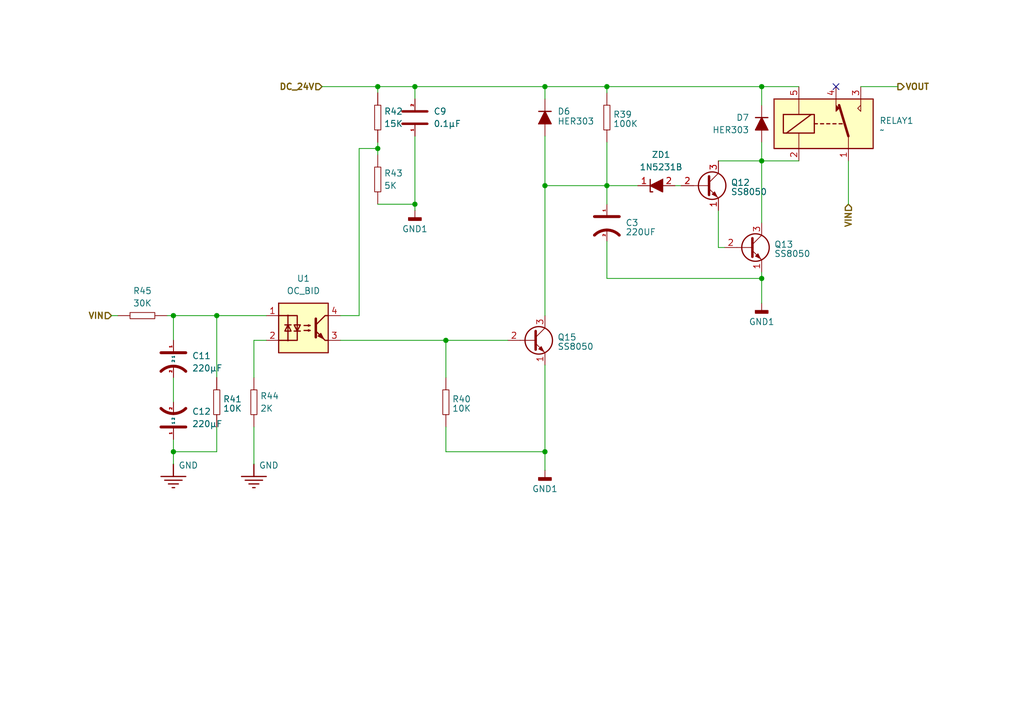
<source format=kicad_sch>
(kicad_sch
	(version 20250114)
	(generator "eeschema")
	(generator_version "9.0")
	(uuid "5360a7ab-22de-411f-8899-8b536969f043")
	(paper "A5")
	(title_block
		(title "喇叭保护电路")
		(date "2025-04-26")
		(rev "V1")
	)
	(lib_symbols
		(symbol "0.25W_RESISTOR_1"
			(pin_numbers
				(hide yes)
			)
			(pin_names
				(hide yes)
			)
			(exclude_from_sim no)
			(in_bom yes)
			(on_board yes)
			(property "Reference" "R"
				(at 5.334 -2.54 0)
				(effects
					(font
						(size 1.27 1.27)
					)
				)
			)
			(property "Value" ""
				(at 0 0 0)
				(effects
					(font
						(size 1.27 1.27)
					)
				)
			)
			(property "Footprint" ""
				(at 0 0 0)
				(effects
					(font
						(size 1.27 1.27)
					)
					(hide yes)
				)
			)
			(property "Datasheet" ""
				(at 0 0 0)
				(effects
					(font
						(size 1.27 1.27)
					)
					(hide yes)
				)
			)
			(property "Description" ""
				(at 0 0 0)
				(effects
					(font
						(size 1.27 1.27)
					)
					(hide yes)
				)
			)
			(symbol "0.25W_RESISTOR_1_0_1"
				(rectangle
					(start -2.54 0.635)
					(end 2.54 -0.635)
					(stroke
						(width 0)
						(type default)
					)
					(fill
						(type none)
					)
				)
			)
			(symbol "0.25W_RESISTOR_1_1_1"
				(pin passive line
					(at -5.08 0 0)
					(length 2.54)
					(name "1"
						(effects
							(font
								(size 0.8 0.8)
							)
						)
					)
					(number "1"
						(effects
							(font
								(size 1.27 1.27)
							)
						)
					)
				)
				(pin passive line
					(at 5.08 0 180)
					(length 2.54)
					(name "2"
						(effects
							(font
								(size 0.8 0.8)
							)
						)
					)
					(number "2"
						(effects
							(font
								(size 1.27 1.27)
							)
						)
					)
				)
			)
			(embedded_fonts no)
		)
		(symbol "0.25W_RESISTOR_2"
			(pin_numbers
				(hide yes)
			)
			(pin_names
				(hide yes)
			)
			(exclude_from_sim no)
			(in_bom yes)
			(on_board yes)
			(property "Reference" "R"
				(at 5.334 -2.54 0)
				(effects
					(font
						(size 1.27 1.27)
					)
				)
			)
			(property "Value" ""
				(at 0 0 0)
				(effects
					(font
						(size 1.27 1.27)
					)
				)
			)
			(property "Footprint" ""
				(at 0 0 0)
				(effects
					(font
						(size 1.27 1.27)
					)
					(hide yes)
				)
			)
			(property "Datasheet" ""
				(at 0 0 0)
				(effects
					(font
						(size 1.27 1.27)
					)
					(hide yes)
				)
			)
			(property "Description" ""
				(at 0 0 0)
				(effects
					(font
						(size 1.27 1.27)
					)
					(hide yes)
				)
			)
			(symbol "0.25W_RESISTOR_2_0_1"
				(rectangle
					(start -2.54 0.635)
					(end 2.54 -0.635)
					(stroke
						(width 0)
						(type default)
					)
					(fill
						(type none)
					)
				)
			)
			(symbol "0.25W_RESISTOR_2_1_1"
				(pin passive line
					(at -5.08 0 0)
					(length 2.54)
					(name "1"
						(effects
							(font
								(size 0.8 0.8)
							)
						)
					)
					(number "1"
						(effects
							(font
								(size 1.27 1.27)
							)
						)
					)
				)
				(pin passive line
					(at 5.08 0 180)
					(length 2.54)
					(name "2"
						(effects
							(font
								(size 0.8 0.8)
							)
						)
					)
					(number "2"
						(effects
							(font
								(size 1.27 1.27)
							)
						)
					)
				)
			)
			(embedded_fonts no)
		)
		(symbol "220UF_50V_CAP_1"
			(exclude_from_sim no)
			(in_bom yes)
			(on_board yes)
			(property "Reference" "C"
				(at 0 -4.064 0)
				(effects
					(font
						(size 1.27 1.27)
					)
				)
			)
			(property "Value" ""
				(at 0 0 0)
				(effects
					(font
						(size 1.27 1.27)
					)
				)
			)
			(property "Footprint" ""
				(at 0 0 0)
				(effects
					(font
						(size 1.27 1.27)
					)
					(hide yes)
				)
			)
			(property "Datasheet" ""
				(at 0 0 0)
				(effects
					(font
						(size 1.27 1.27)
					)
					(hide yes)
				)
			)
			(property "Description" ""
				(at 0 0 0)
				(effects
					(font
						(size 1.27 1.27)
					)
					(hide yes)
				)
			)
			(symbol "220UF_50V_CAP_1_0_1"
				(polyline
					(pts
						(xy 0 2.54) (xy 0 2.54)
					)
					(stroke
						(width 0)
						(type default)
					)
					(fill
						(type none)
					)
				)
			)
			(symbol "220UF_50V_CAP_1_1_1"
				(polyline
					(pts
						(xy -1.27 2.54) (xy -1.27 -2.54)
					)
					(stroke
						(width 0.6)
						(type solid)
					)
					(fill
						(type none)
					)
				)
				(arc
					(start 2.54 -2.54)
					(mid 1.4879 0)
					(end 2.54 2.54)
					(stroke
						(width 0.6)
						(type solid)
					)
					(fill
						(type none)
					)
				)
				(pin passive line
					(at -3.81 0 0)
					(length 2.54)
					(name "1"
						(effects
							(font
								(size 0.5 0.5)
							)
						)
					)
					(number "1"
						(effects
							(font
								(size 0.5 0.5)
							)
						)
					)
				)
				(pin passive line
					(at 3.81 0 180)
					(length 2.54)
					(name "2"
						(effects
							(font
								(size 0.5 0.5)
							)
						)
					)
					(number "2"
						(effects
							(font
								(size 0.5 0.5)
							)
						)
					)
				)
			)
			(embedded_fonts no)
		)
		(symbol "New_Library:0.1UF"
			(exclude_from_sim no)
			(in_bom yes)
			(on_board yes)
			(property "Reference" "C"
				(at 0 3.556 0)
				(effects
					(font
						(size 1.27 1.27)
					)
				)
			)
			(property "Value" "0.1μF"
				(at 0 -3.81 0)
				(effects
					(font
						(size 1.27 1.27)
					)
				)
			)
			(property "Footprint" ""
				(at 0 0 0)
				(effects
					(font
						(size 1.27 1.27)
					)
					(hide yes)
				)
			)
			(property "Datasheet" ""
				(at 0 0 0)
				(effects
					(font
						(size 1.27 1.27)
					)
					(hide yes)
				)
			)
			(property "Description" ""
				(at 0 0 0)
				(effects
					(font
						(size 1.27 1.27)
					)
					(hide yes)
				)
			)
			(symbol "0.1UF_0_1"
				(polyline
					(pts
						(xy 0 1.27) (xy 0 1.27)
					)
					(stroke
						(width 0)
						(type default)
					)
					(fill
						(type none)
					)
				)
			)
			(symbol "0.1UF_1_1"
				(polyline
					(pts
						(xy -1.27 2.54) (xy -1.27 -2.54)
					)
					(stroke
						(width 0.5)
						(type solid)
					)
					(fill
						(type none)
					)
				)
				(polyline
					(pts
						(xy 1.27 2.54) (xy 1.27 -2.54)
					)
					(stroke
						(width 0.5)
						(type solid)
					)
					(fill
						(type none)
					)
				)
				(pin input line
					(at -3.81 0 0)
					(length 2.54)
					(name ""
						(effects
							(font
								(size 0.5 0.5)
							)
						)
					)
					(number "1"
						(effects
							(font
								(size 0.5 0.5)
							)
						)
					)
				)
				(pin input line
					(at 3.81 0 180)
					(length 2.54)
					(name ""
						(effects
							(font
								(size 0.5 0.5)
							)
						)
					)
					(number "2"
						(effects
							(font
								(size 0.5 0.5)
							)
						)
					)
				)
			)
			(embedded_fonts no)
		)
		(symbol "New_Library:1N5231B"
			(pin_names
				(hide yes)
			)
			(exclude_from_sim no)
			(in_bom yes)
			(on_board yes)
			(property "Reference" "ZD"
				(at 0 -3.048 0)
				(effects
					(font
						(size 1.27 1.27)
					)
				)
			)
			(property "Value" ""
				(at 0 0 0)
				(effects
					(font
						(size 1.27 1.27)
					)
				)
			)
			(property "Footprint" ""
				(at 0 0 0)
				(effects
					(font
						(size 1.27 1.27)
					)
					(hide yes)
				)
			)
			(property "Datasheet" ""
				(at 0 0 0)
				(effects
					(font
						(size 1.27 1.27)
					)
					(hide yes)
				)
			)
			(property "Description" "ZENER D 5.1V"
				(at 0 -5.08 0)
				(effects
					(font
						(size 1.27 1.27)
					)
					(hide yes)
				)
			)
			(symbol "1N5231B_0_1"
				(polyline
					(pts
						(xy -1.27 -1.27) (xy -1.27 1.27) (xy -0.762 1.27)
					)
					(stroke
						(width 0.254)
						(type default)
					)
					(fill
						(type none)
					)
				)
				(polyline
					(pts
						(xy 1.27 0) (xy -1.27 0)
					)
					(stroke
						(width 0)
						(type default)
					)
					(fill
						(type none)
					)
				)
				(polyline
					(pts
						(xy 1.27 -1.27) (xy 1.27 1.27) (xy -1.27 0) (xy 1.27 -1.27)
					)
					(stroke
						(width 0.254)
						(type default)
					)
					(fill
						(type outline)
					)
				)
			)
			(symbol "1N5231B_1_1"
				(pin passive line
					(at -3.81 0 0)
					(length 2.54)
					(name "K"
						(effects
							(font
								(size 1.27 1.27)
							)
						)
					)
					(number "1"
						(effects
							(font
								(size 1.27 1.27)
							)
						)
					)
				)
				(pin passive line
					(at 3.81 0 180)
					(length 2.54)
					(name "A"
						(effects
							(font
								(size 1.27 1.27)
							)
						)
					)
					(number "2"
						(effects
							(font
								(size 1.27 1.27)
							)
						)
					)
				)
			)
			(embedded_fonts no)
		)
		(symbol "New_Library:220UF_50V_CAP"
			(pin_names
				(hide yes)
			)
			(exclude_from_sim no)
			(in_bom yes)
			(on_board yes)
			(property "Reference" "C"
				(at 0 -4.064 0)
				(effects
					(font
						(size 1.27 1.27)
					)
				)
			)
			(property "Value" ""
				(at 0 0 0)
				(effects
					(font
						(size 1.27 1.27)
					)
				)
			)
			(property "Footprint" ""
				(at 0 0 0)
				(effects
					(font
						(size 1.27 1.27)
					)
					(hide yes)
				)
			)
			(property "Datasheet" ""
				(at 0 0 0)
				(effects
					(font
						(size 1.27 1.27)
					)
					(hide yes)
				)
			)
			(property "Description" ""
				(at 0 0 0)
				(effects
					(font
						(size 1.27 1.27)
					)
					(hide yes)
				)
			)
			(symbol "220UF_50V_CAP_0_1"
				(polyline
					(pts
						(xy 0 2.54) (xy 0 2.54)
					)
					(stroke
						(width 0)
						(type default)
					)
					(fill
						(type none)
					)
				)
			)
			(symbol "220UF_50V_CAP_1_1"
				(polyline
					(pts
						(xy -1.27 2.54) (xy -1.27 -2.54)
					)
					(stroke
						(width 0.6)
						(type solid)
					)
					(fill
						(type none)
					)
				)
				(arc
					(start 2.54 -2.54)
					(mid 1.4879 0)
					(end 2.54 2.54)
					(stroke
						(width 0.6)
						(type solid)
					)
					(fill
						(type none)
					)
				)
				(pin passive line
					(at -3.81 0 0)
					(length 2.54)
					(name "1"
						(effects
							(font
								(size 0.5 0.5)
							)
						)
					)
					(number "1"
						(effects
							(font
								(size 0.5 0.5)
							)
						)
					)
				)
				(pin passive line
					(at 3.81 0 180)
					(length 2.54)
					(name "2"
						(effects
							(font
								(size 0.5 0.5)
							)
						)
					)
					(number "2"
						(effects
							(font
								(size 0.5 0.5)
							)
						)
					)
				)
			)
			(embedded_fonts no)
		)
		(symbol "New_Library:HER303"
			(pin_numbers
				(hide yes)
			)
			(pin_names
				(offset 1.016)
				(hide yes)
			)
			(exclude_from_sim no)
			(in_bom yes)
			(on_board yes)
			(property "Reference" "D"
				(at 0 2.54 0)
				(effects
					(font
						(size 1.27 1.27)
					)
				)
			)
			(property "Value" "HER303"
				(at 0 -2.54 0)
				(effects
					(font
						(size 1.27 1.27)
					)
				)
			)
			(property "Footprint" ""
				(at 0 0 0)
				(effects
					(font
						(size 1.27 1.27)
					)
					(hide yes)
				)
			)
			(property "Datasheet" "~"
				(at 0 0 0)
				(effects
					(font
						(size 1.27 1.27)
					)
					(hide yes)
				)
			)
			(property "Description" ""
				(at 0.508 5.08 0)
				(effects
					(font
						(size 1.27 1.27)
					)
					(hide yes)
				)
			)
			(property "ki_keywords" "diode"
				(at 0 0 0)
				(effects
					(font
						(size 1.27 1.27)
					)
					(hide yes)
				)
			)
			(property "ki_fp_filters" "TO-???* *_Diode_* *SingleDiode* D_*"
				(at 0 0 0)
				(effects
					(font
						(size 1.27 1.27)
					)
					(hide yes)
				)
			)
			(symbol "HER303_0_1"
				(polyline
					(pts
						(xy -1.27 1.27) (xy -1.27 -1.27) (xy 1.27 0) (xy -1.27 1.27)
					)
					(stroke
						(width 0.254)
						(type default)
					)
					(fill
						(type outline)
					)
				)
				(polyline
					(pts
						(xy -1.27 0) (xy 1.27 0)
					)
					(stroke
						(width 0)
						(type default)
					)
					(fill
						(type none)
					)
				)
				(polyline
					(pts
						(xy 1.27 1.27) (xy 1.27 -1.27) (xy 1.27 -1.27)
					)
					(stroke
						(width 0.254)
						(type default)
					)
					(fill
						(type none)
					)
				)
			)
			(symbol "HER303_1_1"
				(pin passive line
					(at -3.81 0 0)
					(length 2.54)
					(name "A"
						(effects
							(font
								(size 1.27 1.27)
							)
						)
					)
					(number "2"
						(effects
							(font
								(size 1.27 1.27)
							)
						)
					)
				)
				(pin passive line
					(at 3.81 0 180)
					(length 2.54)
					(name "K"
						(effects
							(font
								(size 1.27 1.27)
							)
						)
					)
					(number "1"
						(effects
							(font
								(size 1.27 1.27)
							)
						)
					)
				)
			)
			(embedded_fonts no)
		)
		(symbol "New_Library:RELAY_SPDT"
			(pin_names
				(hide yes)
			)
			(exclude_from_sim no)
			(in_bom yes)
			(on_board yes)
			(property "Reference" "RELAY"
				(at 18.796 1.016 0)
				(effects
					(font
						(size 1.27 1.27)
					)
				)
			)
			(property "Value" ""
				(at 0 0 0)
				(effects
					(font
						(size 1.27 1.27)
					)
				)
			)
			(property "Footprint" ""
				(at 0 0 0)
				(effects
					(font
						(size 1.27 1.27)
					)
					(hide yes)
				)
			)
			(property "Datasheet" ""
				(at 0 0 0)
				(effects
					(font
						(size 1.27 1.27)
					)
					(hide yes)
				)
			)
			(property "Description" ""
				(at 0 0 0)
				(effects
					(font
						(size 1.27 1.27)
					)
					(hide yes)
				)
			)
			(symbol "RELAY_SPDT_0_0"
				(polyline
					(pts
						(xy 12.7 5.08) (xy 12.7 2.54) (xy 12.065 3.175) (xy 12.7 3.81)
					)
					(stroke
						(width 0)
						(type default)
					)
					(fill
						(type none)
					)
				)
			)
			(symbol "RELAY_SPDT_0_1"
				(rectangle
					(start -5.08 5.08)
					(end 15.24 -5.08)
					(stroke
						(width 0.254)
						(type default)
					)
					(fill
						(type background)
					)
				)
				(rectangle
					(start -3.175 1.905)
					(end 3.175 -1.905)
					(stroke
						(width 0.254)
						(type default)
					)
					(fill
						(type none)
					)
				)
				(polyline
					(pts
						(xy -2.54 -1.905) (xy 2.54 1.905)
					)
					(stroke
						(width 0.254)
						(type default)
					)
					(fill
						(type none)
					)
				)
				(polyline
					(pts
						(xy 0 5.08) (xy 0 1.905)
					)
					(stroke
						(width 0)
						(type default)
					)
					(fill
						(type none)
					)
				)
				(polyline
					(pts
						(xy 0 -5.08) (xy 0 -1.905)
					)
					(stroke
						(width 0)
						(type default)
					)
					(fill
						(type none)
					)
				)
				(polyline
					(pts
						(xy 3.175 0) (xy 3.81 0)
					)
					(stroke
						(width 0.254)
						(type default)
					)
					(fill
						(type none)
					)
				)
				(polyline
					(pts
						(xy 4.445 0) (xy 5.08 0)
					)
					(stroke
						(width 0.254)
						(type default)
					)
					(fill
						(type none)
					)
				)
				(polyline
					(pts
						(xy 5.715 0) (xy 6.35 0)
					)
					(stroke
						(width 0.254)
						(type default)
					)
					(fill
						(type none)
					)
				)
				(polyline
					(pts
						(xy 6.985 0) (xy 7.62 0)
					)
					(stroke
						(width 0.254)
						(type default)
					)
					(fill
						(type none)
					)
				)
				(polyline
					(pts
						(xy 7.62 5.08) (xy 7.62 2.54) (xy 8.255 3.175) (xy 7.62 3.81)
					)
					(stroke
						(width 0)
						(type default)
					)
					(fill
						(type outline)
					)
				)
				(polyline
					(pts
						(xy 8.255 0) (xy 8.89 0)
					)
					(stroke
						(width 0.254)
						(type default)
					)
					(fill
						(type none)
					)
				)
				(polyline
					(pts
						(xy 10.16 -2.54) (xy 8.255 3.81)
					)
					(stroke
						(width 0.508)
						(type default)
					)
					(fill
						(type none)
					)
				)
				(polyline
					(pts
						(xy 10.16 -2.54) (xy 10.16 -5.08)
					)
					(stroke
						(width 0)
						(type default)
					)
					(fill
						(type none)
					)
				)
			)
			(symbol "RELAY_SPDT_1_1"
				(pin passive line
					(at 0 7.62 270)
					(length 2.54)
					(name "5"
						(effects
							(font
								(size 1.27 1.27)
							)
						)
					)
					(number "5"
						(effects
							(font
								(size 1.27 1.27)
							)
						)
					)
				)
				(pin passive line
					(at 0 -7.62 90)
					(length 2.54)
					(name "2"
						(effects
							(font
								(size 1.27 1.27)
							)
						)
					)
					(number "2"
						(effects
							(font
								(size 1.27 1.27)
							)
						)
					)
				)
				(pin passive line
					(at 7.62 7.62 270)
					(length 2.54)
					(name "4"
						(effects
							(font
								(size 1.27 1.27)
							)
						)
					)
					(number "4"
						(effects
							(font
								(size 1.27 1.27)
							)
						)
					)
				)
				(pin passive line
					(at 10.16 -7.62 90)
					(length 2.54)
					(name "1"
						(effects
							(font
								(size 1.27 1.27)
							)
						)
					)
					(number "1"
						(effects
							(font
								(size 1.27 1.27)
							)
						)
					)
				)
				(pin passive line
					(at 12.7 7.62 270)
					(length 2.54)
					(name "3"
						(effects
							(font
								(size 1.27 1.27)
							)
						)
					)
					(number "3"
						(effects
							(font
								(size 1.27 1.27)
							)
						)
					)
				)
			)
			(embedded_fonts no)
		)
		(symbol "New_Library:SS8050"
			(pin_names
				(hide yes)
			)
			(exclude_from_sim no)
			(in_bom yes)
			(on_board yes)
			(property "Reference" "Q"
				(at 4.318 1.016 0)
				(effects
					(font
						(size 1.27 1.27)
					)
				)
			)
			(property "Value" ""
				(at 0 0 0)
				(effects
					(font
						(size 1.27 1.27)
					)
				)
			)
			(property "Footprint" ""
				(at 0 0 0)
				(effects
					(font
						(size 1.27 1.27)
					)
					(hide yes)
				)
			)
			(property "Datasheet" ""
				(at 0 0 0)
				(effects
					(font
						(size 1.27 1.27)
					)
					(hide yes)
				)
			)
			(property "Description" ""
				(at 0 0 0)
				(effects
					(font
						(size 1.27 1.27)
					)
					(hide yes)
				)
			)
			(symbol "SS8050_0_1"
				(polyline
					(pts
						(xy -3.81 0) (xy -0.635 0)
					)
					(stroke
						(width 0.1524)
						(type default)
					)
					(fill
						(type none)
					)
				)
				(polyline
					(pts
						(xy -0.635 1.905) (xy -0.635 -1.905) (xy -0.635 -1.905)
					)
					(stroke
						(width 0.508)
						(type default)
					)
					(fill
						(type none)
					)
				)
				(polyline
					(pts
						(xy -0.635 0.635) (xy 1.27 2.54)
					)
					(stroke
						(width 0)
						(type default)
					)
					(fill
						(type none)
					)
				)
				(polyline
					(pts
						(xy -0.635 -0.635) (xy 1.27 -2.54) (xy 1.27 -2.54)
					)
					(stroke
						(width 0)
						(type default)
					)
					(fill
						(type none)
					)
				)
				(circle
					(center 0 0)
					(radius 2.8194)
					(stroke
						(width 0.254)
						(type default)
					)
					(fill
						(type none)
					)
				)
				(polyline
					(pts
						(xy 0 -1.778) (xy 0.508 -1.27) (xy 1.016 -2.286) (xy 0 -1.778) (xy 0 -1.778)
					)
					(stroke
						(width 0)
						(type default)
					)
					(fill
						(type outline)
					)
				)
				(polyline
					(pts
						(xy 1.524 -1.27) (xy 1.524 -1.27)
					)
					(stroke
						(width 0.1524)
						(type default)
					)
					(fill
						(type none)
					)
				)
				(polyline
					(pts
						(xy 1.524 -1.27) (xy 1.524 -1.27)
					)
					(stroke
						(width 0.1524)
						(type default)
					)
					(fill
						(type none)
					)
				)
			)
			(symbol "SS8050_1_1"
				(pin input line
					(at -6.35 0 0)
					(length 2.54)
					(name "B"
						(effects
							(font
								(size 1.27 1.27)
							)
						)
					)
					(number "2"
						(effects
							(font
								(size 1.27 1.27)
							)
						)
					)
				)
				(pin input line
					(at 1.27 5.08 270)
					(length 2.54)
					(name "C"
						(effects
							(font
								(size 1.27 1.27)
							)
						)
					)
					(number "3"
						(effects
							(font
								(size 1.27 1.27)
							)
						)
					)
				)
				(pin passive line
					(at 1.27 -5.08 90)
					(length 2.54)
					(name "E"
						(effects
							(font
								(size 1.27 1.27)
							)
						)
					)
					(number "1"
						(effects
							(font
								(size 1.27 1.27)
							)
						)
					)
				)
			)
			(embedded_fonts no)
		)
		(symbol "PASS A5功放-altium-import:GND_POWER_GROUND"
			(power)
			(exclude_from_sim no)
			(in_bom yes)
			(on_board yes)
			(property "Reference" "#PWR"
				(at 0 0 0)
				(effects
					(font
						(size 1.27 1.27)
					)
					(hide yes)
				)
			)
			(property "Value" "GND"
				(at 0 -6.35 0)
				(effects
					(font
						(size 1.27 1.27)
					)
				)
			)
			(property "Footprint" ""
				(at 0 0 0)
				(effects
					(font
						(size 1.27 1.27)
					)
					(hide yes)
				)
			)
			(property "Datasheet" ""
				(at 0 0 0)
				(effects
					(font
						(size 1.27 1.27)
					)
					(hide yes)
				)
			)
			(property "Description" "电源符号创建名为 'GND' 的全局标签"
				(at 0 0 0)
				(effects
					(font
						(size 1.27 1.27)
					)
					(hide yes)
				)
			)
			(property "ki_keywords" "power-flag"
				(at 0 0 0)
				(effects
					(font
						(size 1.27 1.27)
					)
					(hide yes)
				)
			)
			(symbol "GND_POWER_GROUND_0_0"
				(polyline
					(pts
						(xy -2.54 -2.54) (xy 2.54 -2.54)
					)
					(stroke
						(width 0.254)
						(type solid)
					)
					(fill
						(type none)
					)
				)
				(polyline
					(pts
						(xy -1.778 -3.302) (xy 1.778 -3.302)
					)
					(stroke
						(width 0.254)
						(type solid)
					)
					(fill
						(type none)
					)
				)
				(polyline
					(pts
						(xy -1.016 -4.064) (xy 1.016 -4.064)
					)
					(stroke
						(width 0.254)
						(type solid)
					)
					(fill
						(type none)
					)
				)
				(polyline
					(pts
						(xy -0.254 -4.826) (xy 0.254 -4.826)
					)
					(stroke
						(width 0.254)
						(type solid)
					)
					(fill
						(type none)
					)
				)
				(polyline
					(pts
						(xy 0 0) (xy 0 -2.54)
					)
					(stroke
						(width 0.254)
						(type solid)
					)
					(fill
						(type none)
					)
				)
				(pin power_in line
					(at 0 0 0)
					(length 0)
					(hide yes)
					(name "GND"
						(effects
							(font
								(size 1.27 1.27)
							)
						)
					)
					(number ""
						(effects
							(font
								(size 1.27 1.27)
							)
						)
					)
				)
			)
			(embedded_fonts no)
		)
		(symbol "SS8050_1"
			(pin_names
				(hide yes)
			)
			(exclude_from_sim no)
			(in_bom yes)
			(on_board yes)
			(property "Reference" "Q"
				(at 4.318 1.016 0)
				(effects
					(font
						(size 1.27 1.27)
					)
				)
			)
			(property "Value" ""
				(at 0 0 0)
				(effects
					(font
						(size 1.27 1.27)
					)
				)
			)
			(property "Footprint" ""
				(at 0 0 0)
				(effects
					(font
						(size 1.27 1.27)
					)
					(hide yes)
				)
			)
			(property "Datasheet" ""
				(at 0 0 0)
				(effects
					(font
						(size 1.27 1.27)
					)
					(hide yes)
				)
			)
			(property "Description" ""
				(at 0 0 0)
				(effects
					(font
						(size 1.27 1.27)
					)
					(hide yes)
				)
			)
			(symbol "SS8050_1_0_1"
				(polyline
					(pts
						(xy -3.81 0) (xy -0.635 0)
					)
					(stroke
						(width 0.1524)
						(type default)
					)
					(fill
						(type none)
					)
				)
				(polyline
					(pts
						(xy -0.635 1.905) (xy -0.635 -1.905) (xy -0.635 -1.905)
					)
					(stroke
						(width 0.508)
						(type default)
					)
					(fill
						(type none)
					)
				)
				(polyline
					(pts
						(xy -0.635 0.635) (xy 1.27 2.54)
					)
					(stroke
						(width 0)
						(type default)
					)
					(fill
						(type none)
					)
				)
				(polyline
					(pts
						(xy -0.635 -0.635) (xy 1.27 -2.54) (xy 1.27 -2.54)
					)
					(stroke
						(width 0)
						(type default)
					)
					(fill
						(type none)
					)
				)
				(circle
					(center 0 0)
					(radius 2.8194)
					(stroke
						(width 0.254)
						(type default)
					)
					(fill
						(type none)
					)
				)
				(polyline
					(pts
						(xy 0 -1.778) (xy 0.508 -1.27) (xy 1.016 -2.286) (xy 0 -1.778) (xy 0 -1.778)
					)
					(stroke
						(width 0)
						(type default)
					)
					(fill
						(type outline)
					)
				)
				(polyline
					(pts
						(xy 1.524 -1.27) (xy 1.524 -1.27)
					)
					(stroke
						(width 0.1524)
						(type default)
					)
					(fill
						(type none)
					)
				)
				(polyline
					(pts
						(xy 1.524 -1.27) (xy 1.524 -1.27)
					)
					(stroke
						(width 0.1524)
						(type default)
					)
					(fill
						(type none)
					)
				)
			)
			(symbol "SS8050_1_1_1"
				(pin input line
					(at -6.35 0 0)
					(length 2.54)
					(name "B"
						(effects
							(font
								(size 1.27 1.27)
							)
						)
					)
					(number "2"
						(effects
							(font
								(size 1.27 1.27)
							)
						)
					)
				)
				(pin input line
					(at 1.27 5.08 270)
					(length 2.54)
					(name "C"
						(effects
							(font
								(size 1.27 1.27)
							)
						)
					)
					(number "3"
						(effects
							(font
								(size 1.27 1.27)
							)
						)
					)
				)
				(pin passive line
					(at 1.27 -5.08 90)
					(length 2.54)
					(name "E"
						(effects
							(font
								(size 1.27 1.27)
							)
						)
					)
					(number "1"
						(effects
							(font
								(size 1.27 1.27)
							)
						)
					)
				)
			)
			(embedded_fonts no)
		)
		(symbol "SS8050_2"
			(pin_names
				(hide yes)
			)
			(exclude_from_sim no)
			(in_bom yes)
			(on_board yes)
			(property "Reference" "Q"
				(at 4.318 1.016 0)
				(effects
					(font
						(size 1.27 1.27)
					)
				)
			)
			(property "Value" ""
				(at 0 0 0)
				(effects
					(font
						(size 1.27 1.27)
					)
				)
			)
			(property "Footprint" ""
				(at 0 0 0)
				(effects
					(font
						(size 1.27 1.27)
					)
					(hide yes)
				)
			)
			(property "Datasheet" ""
				(at 0 0 0)
				(effects
					(font
						(size 1.27 1.27)
					)
					(hide yes)
				)
			)
			(property "Description" ""
				(at 0 0 0)
				(effects
					(font
						(size 1.27 1.27)
					)
					(hide yes)
				)
			)
			(symbol "SS8050_2_0_1"
				(polyline
					(pts
						(xy -3.81 0) (xy -0.635 0)
					)
					(stroke
						(width 0.1524)
						(type default)
					)
					(fill
						(type none)
					)
				)
				(polyline
					(pts
						(xy -0.635 1.905) (xy -0.635 -1.905) (xy -0.635 -1.905)
					)
					(stroke
						(width 0.508)
						(type default)
					)
					(fill
						(type none)
					)
				)
				(polyline
					(pts
						(xy -0.635 0.635) (xy 1.27 2.54)
					)
					(stroke
						(width 0)
						(type default)
					)
					(fill
						(type none)
					)
				)
				(polyline
					(pts
						(xy -0.635 -0.635) (xy 1.27 -2.54) (xy 1.27 -2.54)
					)
					(stroke
						(width 0)
						(type default)
					)
					(fill
						(type none)
					)
				)
				(circle
					(center 0 0)
					(radius 2.8194)
					(stroke
						(width 0.254)
						(type default)
					)
					(fill
						(type none)
					)
				)
				(polyline
					(pts
						(xy 0 -1.778) (xy 0.508 -1.27) (xy 1.016 -2.286) (xy 0 -1.778) (xy 0 -1.778)
					)
					(stroke
						(width 0)
						(type default)
					)
					(fill
						(type outline)
					)
				)
				(polyline
					(pts
						(xy 1.524 -1.27) (xy 1.524 -1.27)
					)
					(stroke
						(width 0.1524)
						(type default)
					)
					(fill
						(type none)
					)
				)
				(polyline
					(pts
						(xy 1.524 -1.27) (xy 1.524 -1.27)
					)
					(stroke
						(width 0.1524)
						(type default)
					)
					(fill
						(type none)
					)
				)
			)
			(symbol "SS8050_2_1_1"
				(pin input line
					(at -6.35 0 0)
					(length 2.54)
					(name "B"
						(effects
							(font
								(size 1.27 1.27)
							)
						)
					)
					(number "2"
						(effects
							(font
								(size 1.27 1.27)
							)
						)
					)
				)
				(pin input line
					(at 1.27 5.08 270)
					(length 2.54)
					(name "C"
						(effects
							(font
								(size 1.27 1.27)
							)
						)
					)
					(number "3"
						(effects
							(font
								(size 1.27 1.27)
							)
						)
					)
				)
				(pin passive line
					(at 1.27 -5.08 90)
					(length 2.54)
					(name "E"
						(effects
							(font
								(size 1.27 1.27)
							)
						)
					)
					(number "1"
						(effects
							(font
								(size 1.27 1.27)
							)
						)
					)
				)
			)
			(embedded_fonts no)
		)
		(symbol "generic components:OC_BID"
			(pin_names
				(offset 1.016)
			)
			(exclude_from_sim no)
			(in_bom yes)
			(on_board yes)
			(property "Reference" "U"
				(at -4.064 6.35 0)
				(effects
					(font
						(size 1.27 1.27)
					)
				)
			)
			(property "Value" "OC_BID"
				(at 3.048 6.35 0)
				(effects
					(font
						(size 1.27 1.27)
					)
					(justify left)
				)
			)
			(property "Footprint" ""
				(at 0 -10.16 0)
				(effects
					(font
						(size 1.27 1.27)
					)
					(hide yes)
				)
			)
			(property "Datasheet" ""
				(at 0 0 0)
				(effects
					(font
						(size 1.27 1.27)
					)
					(hide yes)
				)
			)
			(property "Description" "SMD-4P"
				(at 0 6.35 0)
				(effects
					(font
						(size 1.27 1.27)
					)
					(hide yes)
				)
			)
			(property "ki_fp_filters" "SMDIP*W9.53mm?Clearance8mm*"
				(at 0 0 0)
				(effects
					(font
						(size 1.27 1.27)
					)
					(hide yes)
				)
			)
			(symbol "OC_BID_1_1"
				(rectangle
					(start -5.08 5.08)
					(end 5.08 -5.08)
					(stroke
						(width 0.254)
						(type default)
					)
					(fill
						(type background)
					)
				)
				(polyline
					(pts
						(xy -5.08 2.54) (xy -3.175 2.54) (xy -3.175 -2.54) (xy -5.08 -2.54)
					)
					(stroke
						(width 0.254)
						(type default)
					)
					(fill
						(type none)
					)
				)
				(polyline
					(pts
						(xy -3.81 0.635) (xy -2.54 0.635)
					)
					(stroke
						(width 0.254)
						(type default)
					)
					(fill
						(type none)
					)
				)
				(circle
					(center -3.175 2.54)
					(radius 0.127)
					(stroke
						(width 0)
						(type default)
					)
					(fill
						(type none)
					)
				)
				(polyline
					(pts
						(xy -3.175 0.635) (xy -3.81 -0.635) (xy -2.54 -0.635) (xy -3.175 0.635)
					)
					(stroke
						(width 0.254)
						(type default)
					)
					(fill
						(type none)
					)
				)
				(circle
					(center -3.175 -2.54)
					(radius 0.127)
					(stroke
						(width 0)
						(type default)
					)
					(fill
						(type none)
					)
				)
				(polyline
					(pts
						(xy -3.175 -2.54) (xy -1.27 -2.54) (xy -1.27 2.54) (xy -3.175 2.54)
					)
					(stroke
						(width 0.254)
						(type default)
					)
					(fill
						(type none)
					)
				)
				(polyline
					(pts
						(xy -1.905 -0.635) (xy -0.635 -0.635)
					)
					(stroke
						(width 0.254)
						(type default)
					)
					(fill
						(type none)
					)
				)
				(polyline
					(pts
						(xy -1.27 -0.635) (xy -1.905 0.635) (xy -0.635 0.635) (xy -1.27 -0.635)
					)
					(stroke
						(width 0.254)
						(type default)
					)
					(fill
						(type none)
					)
				)
				(polyline
					(pts
						(xy 0.127 0.508) (xy 1.397 0.508) (xy 1.016 0.381) (xy 1.016 0.635) (xy 1.397 0.508)
					)
					(stroke
						(width 0.254)
						(type default)
					)
					(fill
						(type none)
					)
				)
				(polyline
					(pts
						(xy 0.127 -0.508) (xy 1.397 -0.508) (xy 1.016 -0.635) (xy 1.016 -0.381) (xy 1.397 -0.508)
					)
					(stroke
						(width 0.254)
						(type default)
					)
					(fill
						(type none)
					)
				)
				(polyline
					(pts
						(xy 2.54 1.905) (xy 2.54 -1.905) (xy 2.54 -1.905)
					)
					(stroke
						(width 0.508)
						(type default)
					)
					(fill
						(type none)
					)
				)
				(polyline
					(pts
						(xy 3.048 -1.651) (xy 3.556 -1.143) (xy 4.064 -2.159) (xy 3.048 -1.651) (xy 3.048 -1.651)
					)
					(stroke
						(width 0.254)
						(type default)
					)
					(fill
						(type outline)
					)
				)
				(polyline
					(pts
						(xy 5.08 2.54) (xy 4.445 2.54) (xy 2.54 0.635)
					)
					(stroke
						(width 0.254)
						(type default)
					)
					(fill
						(type none)
					)
				)
				(polyline
					(pts
						(xy 5.08 -2.54) (xy 4.445 -2.54) (xy 2.54 -0.635)
					)
					(stroke
						(width 0.254)
						(type default)
					)
					(fill
						(type none)
					)
				)
				(pin passive line
					(at -7.62 2.54 0)
					(length 2.54)
					(name "~"
						(effects
							(font
								(size 1.27 1.27)
							)
						)
					)
					(number "1"
						(effects
							(font
								(size 1.27 1.27)
							)
						)
					)
				)
				(pin passive line
					(at -7.62 -2.54 0)
					(length 2.54)
					(name "~"
						(effects
							(font
								(size 1.27 1.27)
							)
						)
					)
					(number "2"
						(effects
							(font
								(size 1.27 1.27)
							)
						)
					)
				)
				(pin passive line
					(at 7.62 2.54 180)
					(length 2.54)
					(name "~"
						(effects
							(font
								(size 1.27 1.27)
							)
						)
					)
					(number "4"
						(effects
							(font
								(size 1.27 1.27)
							)
						)
					)
				)
				(pin passive line
					(at 7.62 -2.54 180)
					(length 2.54)
					(name "~"
						(effects
							(font
								(size 1.27 1.27)
							)
						)
					)
					(number "3"
						(effects
							(font
								(size 1.27 1.27)
							)
						)
					)
				)
			)
			(embedded_fonts no)
		)
		(symbol "power:GNDD"
			(power)
			(pin_numbers
				(hide yes)
			)
			(pin_names
				(offset 0)
				(hide yes)
			)
			(exclude_from_sim no)
			(in_bom yes)
			(on_board yes)
			(property "Reference" "#PWR"
				(at 0 -6.35 0)
				(effects
					(font
						(size 1.27 1.27)
					)
					(hide yes)
				)
			)
			(property "Value" "GNDD"
				(at 0 -3.175 0)
				(effects
					(font
						(size 1.27 1.27)
					)
				)
			)
			(property "Footprint" ""
				(at 0 0 0)
				(effects
					(font
						(size 1.27 1.27)
					)
					(hide yes)
				)
			)
			(property "Datasheet" ""
				(at 0 0 0)
				(effects
					(font
						(size 1.27 1.27)
					)
					(hide yes)
				)
			)
			(property "Description" "Power symbol creates a global label with name \"GNDD\" , digital ground"
				(at 0 0 0)
				(effects
					(font
						(size 1.27 1.27)
					)
					(hide yes)
				)
			)
			(property "ki_keywords" "global power"
				(at 0 0 0)
				(effects
					(font
						(size 1.27 1.27)
					)
					(hide yes)
				)
			)
			(symbol "GNDD_0_1"
				(rectangle
					(start -1.27 -1.524)
					(end 1.27 -2.032)
					(stroke
						(width 0.254)
						(type default)
					)
					(fill
						(type outline)
					)
				)
				(polyline
					(pts
						(xy 0 0) (xy 0 -1.524)
					)
					(stroke
						(width 0)
						(type default)
					)
					(fill
						(type none)
					)
				)
			)
			(symbol "GNDD_1_1"
				(pin power_in line
					(at 0 0 270)
					(length 0)
					(name "~"
						(effects
							(font
								(size 1.27 1.27)
							)
						)
					)
					(number "1"
						(effects
							(font
								(size 1.27 1.27)
							)
						)
					)
				)
			)
			(embedded_fonts no)
		)
	)
	(junction
		(at 124.46 38.1)
		(diameter 0)
		(color 0 0 0 0)
		(uuid "031715cd-c2e5-44c9-a77d-2bb3223b3ad4")
	)
	(junction
		(at 111.76 17.78)
		(diameter 0)
		(color 0 0 0 0)
		(uuid "0f362d94-76c1-422c-8208-0d3a0c1ffad8")
	)
	(junction
		(at 111.76 92.71)
		(diameter 0)
		(color 0 0 0 0)
		(uuid "1f6a73f3-83a1-4912-b7f8-3d64a88af8cd")
	)
	(junction
		(at 44.45 64.77)
		(diameter 0)
		(color 0 0 0 0)
		(uuid "21aaf639-5c1a-4dbe-93ed-d9d6ac7ca5ce")
	)
	(junction
		(at 156.21 57.15)
		(diameter 0)
		(color 0 0 0 0)
		(uuid "23b1d746-aa50-4b0b-a32b-9f0229849d7a")
	)
	(junction
		(at 77.47 30.48)
		(diameter 0)
		(color 0 0 0 0)
		(uuid "379a203d-0567-45e0-8877-911a7ea45ed1")
	)
	(junction
		(at 35.56 92.71)
		(diameter 0)
		(color 0 0 0 0)
		(uuid "3b4b1802-92ad-463d-a601-d835a511fddd")
	)
	(junction
		(at 91.44 69.85)
		(diameter 0)
		(color 0 0 0 0)
		(uuid "3c2cf6c8-4815-4618-b7ef-0e6d7865c702")
	)
	(junction
		(at 156.21 17.78)
		(diameter 0)
		(color 0 0 0 0)
		(uuid "4db57679-c5ed-4d40-bb94-5da9cf263eb2")
	)
	(junction
		(at 111.76 38.1)
		(diameter 0)
		(color 0 0 0 0)
		(uuid "58f6fcb6-5052-44e2-a4dc-3b500f7c2fdf")
	)
	(junction
		(at 156.21 33.02)
		(diameter 0)
		(color 0 0 0 0)
		(uuid "5afd6c7b-9ad9-4509-8d21-85fa267eafc7")
	)
	(junction
		(at 124.46 17.78)
		(diameter 0)
		(color 0 0 0 0)
		(uuid "64a48199-b6d4-4738-88eb-68125d06286a")
	)
	(junction
		(at 85.09 41.91)
		(diameter 0)
		(color 0 0 0 0)
		(uuid "82621623-59e8-4b8d-b93d-20625ba16779")
	)
	(junction
		(at 35.56 64.77)
		(diameter 0)
		(color 0 0 0 0)
		(uuid "8fa54999-ed74-4d02-ac08-f99deb1b4b98")
	)
	(junction
		(at 85.09 17.78)
		(diameter 0)
		(color 0 0 0 0)
		(uuid "a5cff01c-57d8-48d3-8371-2d63bc7f626a")
	)
	(junction
		(at 77.47 17.78)
		(diameter 0)
		(color 0 0 0 0)
		(uuid "b2f70814-939f-4eae-a64c-9fc6f0876288")
	)
	(no_connect
		(at 171.45 17.78)
		(uuid "753149fc-9adc-4f36-855b-197b0c5981eb")
	)
	(wire
		(pts
			(xy 44.45 92.71) (xy 35.56 92.71)
		)
		(stroke
			(width 0)
			(type default)
		)
		(uuid "032e3ae6-7264-4ca6-a962-3f940eee4c32")
	)
	(wire
		(pts
			(xy 111.76 17.78) (xy 124.46 17.78)
		)
		(stroke
			(width 0)
			(type default)
		)
		(uuid "0488c128-6528-425b-8376-e9da30f464f0")
	)
	(wire
		(pts
			(xy 69.85 64.77) (xy 73.66 64.77)
		)
		(stroke
			(width 0)
			(type default)
		)
		(uuid "0dd3b662-3d4f-4de2-8a38-22da5d13c1d6")
	)
	(wire
		(pts
			(xy 163.83 33.02) (xy 156.21 33.02)
		)
		(stroke
			(width 0)
			(type default)
		)
		(uuid "123e43b4-faa5-4e66-be4d-9a7ce0f1eec1")
	)
	(wire
		(pts
			(xy 77.47 41.91) (xy 85.09 41.91)
		)
		(stroke
			(width 0)
			(type default)
		)
		(uuid "15a9bc86-4c0f-4893-9281-df0f1dca2f44")
	)
	(wire
		(pts
			(xy 124.46 29.21) (xy 124.46 38.1)
		)
		(stroke
			(width 0)
			(type default)
		)
		(uuid "186438f9-0dc3-4e07-9894-967210e4a70e")
	)
	(wire
		(pts
			(xy 77.47 17.78) (xy 77.47 19.05)
		)
		(stroke
			(width 0)
			(type default)
		)
		(uuid "187f1a34-1cee-49a5-a0f6-c1c6eceb58c4")
	)
	(wire
		(pts
			(xy 124.46 49.53) (xy 124.46 57.15)
		)
		(stroke
			(width 0)
			(type default)
		)
		(uuid "1b029118-d1a6-424d-90de-458ea7d9bd60")
	)
	(wire
		(pts
			(xy 85.09 27.94) (xy 85.09 41.91)
		)
		(stroke
			(width 0)
			(type default)
		)
		(uuid "20ae20c6-bf5d-4875-aa5c-c1e170179efa")
	)
	(wire
		(pts
			(xy 111.76 27.94) (xy 111.76 38.1)
		)
		(stroke
			(width 0)
			(type default)
		)
		(uuid "2391ac9e-3095-448c-ae7f-7f54733d1924")
	)
	(wire
		(pts
			(xy 34.29 64.77) (xy 35.56 64.77)
		)
		(stroke
			(width 0)
			(type default)
		)
		(uuid "2a3bd0fa-f125-4edb-8a82-99f5d05a28f1")
	)
	(wire
		(pts
			(xy 44.45 87.63) (xy 44.45 92.71)
		)
		(stroke
			(width 0)
			(type default)
		)
		(uuid "35e83d05-65b1-4c1b-ba7a-4ce4b42008b5")
	)
	(wire
		(pts
			(xy 91.44 69.85) (xy 91.44 77.47)
		)
		(stroke
			(width 0)
			(type default)
		)
		(uuid "3d13d862-d849-4293-a45a-1fcea9944769")
	)
	(wire
		(pts
			(xy 111.76 92.71) (xy 111.76 96.52)
		)
		(stroke
			(width 0)
			(type default)
		)
		(uuid "46c37ebe-7af2-4e82-beb1-baccdfe2f698")
	)
	(wire
		(pts
			(xy 77.47 17.78) (xy 85.09 17.78)
		)
		(stroke
			(width 0)
			(type default)
		)
		(uuid "46d685d2-aca5-45c3-b73f-ea903988d199")
	)
	(wire
		(pts
			(xy 73.66 30.48) (xy 77.47 30.48)
		)
		(stroke
			(width 0)
			(type default)
		)
		(uuid "4769274d-322d-4619-b337-814362c30358")
	)
	(wire
		(pts
			(xy 52.07 69.85) (xy 52.07 77.47)
		)
		(stroke
			(width 0)
			(type default)
		)
		(uuid "4b36ab80-d0c6-45c7-bea7-39856c4ef75a")
	)
	(wire
		(pts
			(xy 66.04 17.78) (xy 77.47 17.78)
		)
		(stroke
			(width 0)
			(type default)
		)
		(uuid "4bd98af9-acc7-414d-96e3-57877758e5ec")
	)
	(wire
		(pts
			(xy 173.99 33.02) (xy 173.99 41.91)
		)
		(stroke
			(width 0)
			(type default)
		)
		(uuid "4dc92e62-6c27-41db-a52b-e5e90f0d3e8d")
	)
	(wire
		(pts
			(xy 35.56 64.77) (xy 44.45 64.77)
		)
		(stroke
			(width 0)
			(type default)
		)
		(uuid "4eca3fe4-e56e-4798-8a7f-da2daffdec0a")
	)
	(wire
		(pts
			(xy 44.45 64.77) (xy 44.45 77.47)
		)
		(stroke
			(width 0)
			(type default)
		)
		(uuid "51fa4478-d4ec-4979-a129-d96fff9d28a0")
	)
	(wire
		(pts
			(xy 156.21 55.88) (xy 156.21 57.15)
		)
		(stroke
			(width 0)
			(type default)
		)
		(uuid "55a534b1-9674-4e83-a3e2-00b781d06664")
	)
	(wire
		(pts
			(xy 156.21 17.78) (xy 163.83 17.78)
		)
		(stroke
			(width 0)
			(type default)
		)
		(uuid "64975976-a602-4df7-80a9-c4a813ad99df")
	)
	(wire
		(pts
			(xy 156.21 57.15) (xy 156.21 62.23)
		)
		(stroke
			(width 0)
			(type default)
		)
		(uuid "655782bb-f834-4f46-a163-bc615fc8ef8e")
	)
	(wire
		(pts
			(xy 73.66 30.48) (xy 73.66 64.77)
		)
		(stroke
			(width 0)
			(type default)
		)
		(uuid "6e93e6de-edca-4057-8c58-b6d48252f709")
	)
	(wire
		(pts
			(xy 147.32 33.02) (xy 156.21 33.02)
		)
		(stroke
			(width 0)
			(type default)
		)
		(uuid "7eac08b1-94e2-4063-9de9-3d3507bc2892")
	)
	(wire
		(pts
			(xy 85.09 17.78) (xy 111.76 17.78)
		)
		(stroke
			(width 0)
			(type default)
		)
		(uuid "84bf15f9-9275-49c6-a978-c7e825569221")
	)
	(wire
		(pts
			(xy 156.21 33.02) (xy 156.21 45.72)
		)
		(stroke
			(width 0)
			(type default)
		)
		(uuid "852816e7-cb95-426d-ab66-faf1a99200e0")
	)
	(wire
		(pts
			(xy 35.56 64.77) (xy 35.56 69.85)
		)
		(stroke
			(width 0)
			(type default)
		)
		(uuid "92791070-4197-41f4-ac5f-493e703cf80f")
	)
	(wire
		(pts
			(xy 85.09 17.78) (xy 85.09 20.32)
		)
		(stroke
			(width 0)
			(type default)
		)
		(uuid "9784c0c9-9444-4a9f-8b13-e81dd3617f34")
	)
	(wire
		(pts
			(xy 91.44 87.63) (xy 91.44 92.71)
		)
		(stroke
			(width 0)
			(type default)
		)
		(uuid "99c12a73-e70c-484d-bcd8-94afdbf4c9d6")
	)
	(wire
		(pts
			(xy 77.47 30.48) (xy 77.47 31.75)
		)
		(stroke
			(width 0)
			(type default)
		)
		(uuid "9aa4ff29-730e-4858-a68c-98d7153fb4fd")
	)
	(wire
		(pts
			(xy 124.46 19.05) (xy 124.46 17.78)
		)
		(stroke
			(width 0)
			(type default)
		)
		(uuid "ae12da42-a22e-4736-8672-28caf0cc0d7d")
	)
	(wire
		(pts
			(xy 147.32 43.18) (xy 147.32 50.8)
		)
		(stroke
			(width 0)
			(type default)
		)
		(uuid "af2811f3-ab66-4df5-a9ab-2b5103c145b5")
	)
	(wire
		(pts
			(xy 147.32 50.8) (xy 148.59 50.8)
		)
		(stroke
			(width 0)
			(type default)
		)
		(uuid "af582d9b-ed0e-4fd9-9601-8282c3c04ad0")
	)
	(wire
		(pts
			(xy 156.21 33.02) (xy 156.21 29.21)
		)
		(stroke
			(width 0)
			(type default)
		)
		(uuid "b0759a95-17eb-4223-a895-baafb0ed069b")
	)
	(wire
		(pts
			(xy 156.21 17.78) (xy 156.21 21.59)
		)
		(stroke
			(width 0)
			(type default)
		)
		(uuid "b2ac3445-7f2d-4da9-950b-c129a0dd7c6f")
	)
	(wire
		(pts
			(xy 35.56 77.47) (xy 35.56 82.55)
		)
		(stroke
			(width 0)
			(type default)
		)
		(uuid "b436f57d-c686-430b-9a8a-7b04f0b5bf74")
	)
	(wire
		(pts
			(xy 54.61 69.85) (xy 52.07 69.85)
		)
		(stroke
			(width 0)
			(type default)
		)
		(uuid "ba3447ba-73cf-42cf-a1b8-2ee8335f3957")
	)
	(wire
		(pts
			(xy 77.47 29.21) (xy 77.47 30.48)
		)
		(stroke
			(width 0)
			(type default)
		)
		(uuid "bacc810f-9148-4011-a960-3516adac6980")
	)
	(wire
		(pts
			(xy 138.43 38.1) (xy 139.7 38.1)
		)
		(stroke
			(width 0)
			(type default)
		)
		(uuid "c3631953-a6a3-4e53-8879-91707256b47a")
	)
	(wire
		(pts
			(xy 35.56 92.71) (xy 35.56 95.25)
		)
		(stroke
			(width 0)
			(type default)
		)
		(uuid "c3b3e3b4-297a-49c2-9fbc-12532475b396")
	)
	(wire
		(pts
			(xy 111.76 38.1) (xy 111.76 64.77)
		)
		(stroke
			(width 0)
			(type default)
		)
		(uuid "d0542d25-e682-4b1c-bb9c-89dcb8c37250")
	)
	(wire
		(pts
			(xy 52.07 87.63) (xy 52.07 95.25)
		)
		(stroke
			(width 0)
			(type default)
		)
		(uuid "d88a997d-df08-4ff0-b550-c30f9f7a4762")
	)
	(wire
		(pts
			(xy 44.45 64.77) (xy 54.61 64.77)
		)
		(stroke
			(width 0)
			(type default)
		)
		(uuid "e0410407-597c-4d94-84b5-7dd5103f83a9")
	)
	(wire
		(pts
			(xy 124.46 38.1) (xy 124.46 41.91)
		)
		(stroke
			(width 0)
			(type default)
		)
		(uuid "e23f47fa-f375-411e-ba4a-7d0ea8be5c25")
	)
	(wire
		(pts
			(xy 91.44 92.71) (xy 111.76 92.71)
		)
		(stroke
			(width 0)
			(type default)
		)
		(uuid "e2b4d233-52aa-4bd5-9b59-4b859a2aab29")
	)
	(wire
		(pts
			(xy 124.46 38.1) (xy 130.81 38.1)
		)
		(stroke
			(width 0)
			(type default)
		)
		(uuid "e7416b4e-39dc-4642-8b48-026cce5ff063")
	)
	(wire
		(pts
			(xy 176.53 17.78) (xy 184.15 17.78)
		)
		(stroke
			(width 0)
			(type default)
		)
		(uuid "e74c79e6-2448-4995-9c91-aa6a500c74d4")
	)
	(wire
		(pts
			(xy 85.09 43.18) (xy 85.09 41.91)
		)
		(stroke
			(width 0)
			(type default)
		)
		(uuid "e79f13c5-f946-42ff-9151-ea2d37aa0faf")
	)
	(wire
		(pts
			(xy 111.76 74.93) (xy 111.76 92.71)
		)
		(stroke
			(width 0)
			(type default)
		)
		(uuid "ebb2c972-9132-4079-81d2-1944544bf36d")
	)
	(wire
		(pts
			(xy 111.76 20.32) (xy 111.76 17.78)
		)
		(stroke
			(width 0)
			(type default)
		)
		(uuid "efaa9025-b957-4a8f-b74c-9b19998d7eb0")
	)
	(wire
		(pts
			(xy 111.76 38.1) (xy 124.46 38.1)
		)
		(stroke
			(width 0)
			(type default)
		)
		(uuid "efc017cf-8539-43e5-90e7-4066817f5e01")
	)
	(wire
		(pts
			(xy 69.85 69.85) (xy 91.44 69.85)
		)
		(stroke
			(width 0)
			(type default)
		)
		(uuid "f058504a-aeaa-49ee-9b17-8b34b550bea6")
	)
	(wire
		(pts
			(xy 35.56 90.17) (xy 35.56 92.71)
		)
		(stroke
			(width 0)
			(type default)
		)
		(uuid "f1c37906-421f-4fc6-baa1-94d178e7a5c6")
	)
	(wire
		(pts
			(xy 156.21 57.15) (xy 124.46 57.15)
		)
		(stroke
			(width 0)
			(type default)
		)
		(uuid "f591ac53-93b9-42ab-9c14-ea800f541e11")
	)
	(wire
		(pts
			(xy 22.86 64.77) (xy 24.13 64.77)
		)
		(stroke
			(width 0)
			(type default)
		)
		(uuid "f64b4adb-cfab-4ff3-9702-b52605084da2")
	)
	(wire
		(pts
			(xy 124.46 17.78) (xy 156.21 17.78)
		)
		(stroke
			(width 0)
			(type default)
		)
		(uuid "fa459f4b-c728-4ac6-ba59-39e9dcfc3f3a")
	)
	(wire
		(pts
			(xy 91.44 69.85) (xy 104.14 69.85)
		)
		(stroke
			(width 0)
			(type default)
		)
		(uuid "fd928b1d-4ce3-496e-a1d3-f4f334f5f051")
	)
	(hierarchical_label "VIN"
		(shape input)
		(at 173.99 41.91 270)
		(effects
			(font
				(size 1.27 1.27)
				(thickness 0.254)
				(bold yes)
			)
			(justify right)
		)
		(uuid "393e403f-827f-4c70-b130-bfd41e7a1b73")
	)
	(hierarchical_label "DC_24V"
		(shape input)
		(at 66.04 17.78 180)
		(effects
			(font
				(size 1.27 1.27)
				(thickness 0.254)
				(bold yes)
			)
			(justify right)
		)
		(uuid "6c9f0111-f9c0-4bcf-8a0f-9925e220579d")
	)
	(hierarchical_label "VOUT"
		(shape output)
		(at 184.15 17.78 0)
		(effects
			(font
				(size 1.27 1.27)
				(thickness 0.254)
				(bold yes)
			)
			(justify left)
		)
		(uuid "8c892d1d-d5af-460c-8085-e8979ecc8971")
	)
	(hierarchical_label "VIN"
		(shape input)
		(at 22.86 64.77 180)
		(effects
			(font
				(size 1.27 1.27)
				(thickness 0.254)
				(bold yes)
			)
			(justify right)
		)
		(uuid "b793b481-ede6-4f41-9406-174bcc8c28a4")
	)
	(symbol
		(lib_id "New_Library:220UF_50V_CAP")
		(at 124.46 45.72 270)
		(unit 1)
		(exclude_from_sim no)
		(in_bom yes)
		(on_board yes)
		(dnp no)
		(fields_autoplaced yes)
		(uuid "00d3a592-e7ef-4ea6-b389-0e0eaef7e937")
		(property "Reference" "C3"
			(at 128.27 45.7199 90)
			(effects
				(font
					(size 1.27 1.27)
				)
				(justify left)
			)
		)
		(property "Value" "220UF"
			(at 128.27 47.625 90)
			(effects
				(font
					(size 1.27 1.27)
				)
				(justify left)
			)
		)
		(property "Footprint" "my lib:220UF 50V CAP"
			(at 124.46 45.72 0)
			(effects
				(font
					(size 1.27 1.27)
				)
				(hide yes)
			)
		)
		(property "Datasheet" ""
			(at 124.46 45.72 0)
			(effects
				(font
					(size 1.27 1.27)
				)
				(hide yes)
			)
		)
		(property "Description" ""
			(at 124.46 45.72 0)
			(effects
				(font
					(size 1.27 1.27)
				)
				(hide yes)
			)
		)
		(pin "1"
			(uuid "09133790-2926-4eea-93a9-60ea1ab4f12c")
		)
		(pin "2"
			(uuid "b1a51bdc-7f7e-4c45-bb9b-4cf91588237b")
		)
		(instances
			(project ""
				(path "/d3bf1cd6-38d3-4d36-b0f0-ebb1791e32da/775786af-14c2-413d-b28a-c8ccde6b4ea9"
					(reference "C3")
					(unit 1)
				)
			)
		)
	)
	(symbol
		(lib_id "New_Library:1N5231B")
		(at 134.62 38.1 0)
		(mirror x)
		(unit 1)
		(exclude_from_sim no)
		(in_bom yes)
		(on_board yes)
		(dnp no)
		(uuid "05230fec-b28c-4838-80aa-1b1aeb2f80df")
		(property "Reference" "ZD1"
			(at 135.5725 31.75 0)
			(effects
				(font
					(size 1.27 1.27)
				)
			)
		)
		(property "Value" "1N5231B"
			(at 135.5725 34.29 0)
			(effects
				(font
					(size 1.27 1.27)
				)
			)
		)
		(property "Footprint" "my lib:1N5231B"
			(at 134.62 38.1 0)
			(effects
				(font
					(size 1.27 1.27)
				)
				(hide yes)
			)
		)
		(property "Datasheet" ""
			(at 134.62 38.1 0)
			(effects
				(font
					(size 1.27 1.27)
				)
				(hide yes)
			)
		)
		(property "Description" "ZENER D 5.1V"
			(at 134.62 33.02 0)
			(effects
				(font
					(size 1.27 1.27)
				)
				(hide yes)
			)
		)
		(pin "1"
			(uuid "1af23306-8b41-4b40-8629-ef3d73278341")
		)
		(pin "2"
			(uuid "3fc120ee-1dd0-4075-a07f-3e6a1b2c9097")
		)
		(instances
			(project ""
				(path "/d3bf1cd6-38d3-4d36-b0f0-ebb1791e32da/775786af-14c2-413d-b28a-c8ccde6b4ea9"
					(reference "ZD1")
					(unit 1)
				)
			)
		)
	)
	(symbol
		(lib_id "New_Library:SS8050")
		(at 146.05 38.1 0)
		(unit 1)
		(exclude_from_sim no)
		(in_bom yes)
		(on_board yes)
		(dnp no)
		(fields_autoplaced yes)
		(uuid "0523e37c-b8f3-4bad-acdf-7a57154d3edb")
		(property "Reference" "Q12"
			(at 149.86 37.4649 0)
			(effects
				(font
					(size 1.27 1.27)
				)
				(justify left)
			)
		)
		(property "Value" "SS8050"
			(at 149.86 39.37 0)
			(effects
				(font
					(size 1.27 1.27)
				)
				(justify left)
			)
		)
		(property "Footprint" "my lib:SS8050"
			(at 146.05 38.1 0)
			(effects
				(font
					(size 1.27 1.27)
				)
				(hide yes)
			)
		)
		(property "Datasheet" ""
			(at 146.05 38.1 0)
			(effects
				(font
					(size 1.27 1.27)
				)
				(hide yes)
			)
		)
		(property "Description" ""
			(at 146.05 38.1 0)
			(effects
				(font
					(size 1.27 1.27)
				)
				(hide yes)
			)
		)
		(pin "2"
			(uuid "c50f2a98-6ad8-4d7a-9282-5b7d3a09b6cb")
		)
		(pin "1"
			(uuid "fd983a0a-e81c-4c49-a14d-0daf7bc1d816")
		)
		(pin "3"
			(uuid "bb823171-3762-4375-8a3a-ee72ec17266d")
		)
		(instances
			(project ""
				(path "/d3bf1cd6-38d3-4d36-b0f0-ebb1791e32da/775786af-14c2-413d-b28a-c8ccde6b4ea9"
					(reference "Q12")
					(unit 1)
				)
			)
		)
	)
	(symbol
		(lib_id "New_Library:RELAY_SPDT")
		(at 163.83 25.4 0)
		(unit 1)
		(exclude_from_sim no)
		(in_bom yes)
		(on_board yes)
		(dnp no)
		(fields_autoplaced yes)
		(uuid "07c38a27-5660-478b-b431-c372773d15f4")
		(property "Reference" "RELAY1"
			(at 180.34 24.7649 0)
			(effects
				(font
					(size 1.27 1.27)
				)
				(justify left)
			)
		)
		(property "Value" "~"
			(at 180.34 26.67 0)
			(effects
				(font
					(size 1.27 1.27)
				)
				(justify left)
			)
		)
		(property "Footprint" "my lib:Relay_SPDT"
			(at 163.83 25.4 0)
			(effects
				(font
					(size 1.27 1.27)
				)
				(hide yes)
			)
		)
		(property "Datasheet" ""
			(at 163.83 25.4 0)
			(effects
				(font
					(size 1.27 1.27)
				)
				(hide yes)
			)
		)
		(property "Description" ""
			(at 163.83 25.4 0)
			(effects
				(font
					(size 1.27 1.27)
				)
				(hide yes)
			)
		)
		(pin "2"
			(uuid "2cbbf142-10c7-4d72-a839-8b09fad98e8d")
		)
		(pin "1"
			(uuid "bc17df81-adc8-4dac-810b-0deaf4781e0a")
		)
		(pin "3"
			(uuid "cd269c05-44ae-4dfd-b4a3-f45f228b8643")
		)
		(pin "5"
			(uuid "ca1123a4-5d40-4980-8c10-f28314abe19a")
		)
		(pin "4"
			(uuid "ae8b23b0-6f42-4aba-89da-cb82f9b39fdd")
		)
		(instances
			(project ""
				(path "/d3bf1cd6-38d3-4d36-b0f0-ebb1791e32da/775786af-14c2-413d-b28a-c8ccde6b4ea9"
					(reference "RELAY1")
					(unit 1)
				)
			)
		)
	)
	(symbol
		(lib_name "220UF_50V_CAP_1")
		(lib_id "New_Library:220UF_50V_CAP")
		(at 35.56 86.36 90)
		(unit 1)
		(exclude_from_sim no)
		(in_bom yes)
		(on_board yes)
		(dnp no)
		(fields_autoplaced yes)
		(uuid "142dee72-13da-45c2-a1c5-d97624f9ccfe")
		(property "Reference" "C12"
			(at 39.37 84.4549 90)
			(effects
				(font
					(size 1.27 1.27)
				)
				(justify right)
			)
		)
		(property "Value" "220μF"
			(at 39.37 86.9949 90)
			(effects
				(font
					(size 1.27 1.27)
				)
				(justify right)
			)
		)
		(property "Footprint" "my lib:220UF 50V CAP"
			(at 35.56 86.36 0)
			(effects
				(font
					(size 1.27 1.27)
				)
				(hide yes)
			)
		)
		(property "Datasheet" ""
			(at 35.56 86.36 0)
			(effects
				(font
					(size 1.27 1.27)
				)
				(hide yes)
			)
		)
		(property "Description" ""
			(at 35.56 86.36 0)
			(effects
				(font
					(size 1.27 1.27)
				)
				(hide yes)
			)
		)
		(pin "2"
			(uuid "2aa0f921-f0f5-4766-be08-3ab3a8f38fd6")
		)
		(pin "1"
			(uuid "4c830f90-29c6-4169-9fcf-3ca4193fbee6")
		)
		(instances
			(project "PASS A5功放"
				(path "/d3bf1cd6-38d3-4d36-b0f0-ebb1791e32da/775786af-14c2-413d-b28a-c8ccde6b4ea9"
					(reference "C12")
					(unit 1)
				)
			)
		)
	)
	(symbol
		(lib_name "0.25W_RESISTOR_2")
		(lib_id "New_Library:0.25W_RESISTOR")
		(at 44.45 82.55 90)
		(unit 1)
		(exclude_from_sim no)
		(in_bom yes)
		(on_board yes)
		(dnp no)
		(fields_autoplaced yes)
		(uuid "26a12db6-ba76-4cff-b852-f9b1c0ff449c")
		(property "Reference" "R41"
			(at 45.72 81.9149 90)
			(effects
				(font
					(size 1.27 1.27)
				)
				(justify right)
			)
		)
		(property "Value" "10K"
			(at 45.72 83.82 90)
			(effects
				(font
					(size 1.27 1.27)
				)
				(justify right)
			)
		)
		(property "Footprint" "my lib:0.25W RESISTOR"
			(at 44.45 82.55 0)
			(effects
				(font
					(size 1.27 1.27)
				)
				(hide yes)
			)
		)
		(property "Datasheet" ""
			(at 44.45 82.55 0)
			(effects
				(font
					(size 1.27 1.27)
				)
				(hide yes)
			)
		)
		(property "Description" ""
			(at 44.45 82.55 0)
			(effects
				(font
					(size 1.27 1.27)
				)
				(hide yes)
			)
		)
		(pin "1"
			(uuid "4f9fecd1-f7b6-4513-af4e-b73bfb1d2a27")
		)
		(pin "2"
			(uuid "7b64ebe8-2385-4acf-9318-41ff7f3d6820")
		)
		(instances
			(project "PASS A5功放"
				(path "/d3bf1cd6-38d3-4d36-b0f0-ebb1791e32da/775786af-14c2-413d-b28a-c8ccde6b4ea9"
					(reference "R41")
					(unit 1)
				)
			)
		)
	)
	(symbol
		(lib_name "0.25W_RESISTOR_2")
		(lib_id "New_Library:0.25W_RESISTOR")
		(at 52.07 82.55 90)
		(unit 1)
		(exclude_from_sim no)
		(in_bom yes)
		(on_board yes)
		(dnp no)
		(fields_autoplaced yes)
		(uuid "28b243dd-df17-408b-93b2-92f67b6838e4")
		(property "Reference" "R44"
			(at 53.34 81.2799 90)
			(effects
				(font
					(size 1.27 1.27)
				)
				(justify right)
			)
		)
		(property "Value" "2K"
			(at 53.34 83.8199 90)
			(effects
				(font
					(size 1.27 1.27)
				)
				(justify right)
			)
		)
		(property "Footprint" "my lib:0.25W RESISTOR"
			(at 52.07 82.55 0)
			(effects
				(font
					(size 1.27 1.27)
				)
				(hide yes)
			)
		)
		(property "Datasheet" ""
			(at 52.07 82.55 0)
			(effects
				(font
					(size 1.27 1.27)
				)
				(hide yes)
			)
		)
		(property "Description" ""
			(at 52.07 82.55 0)
			(effects
				(font
					(size 1.27 1.27)
				)
				(hide yes)
			)
		)
		(pin "1"
			(uuid "c1bb6895-9208-40ab-94e9-84f76420ecca")
		)
		(pin "2"
			(uuid "021b4262-6a52-4dac-b88f-b460989445ac")
		)
		(instances
			(project "PASS A5功放"
				(path "/d3bf1cd6-38d3-4d36-b0f0-ebb1791e32da/775786af-14c2-413d-b28a-c8ccde6b4ea9"
					(reference "R44")
					(unit 1)
				)
			)
		)
	)
	(symbol
		(lib_id "power:GNDD")
		(at 111.76 96.52 0)
		(unit 1)
		(exclude_from_sim no)
		(in_bom yes)
		(on_board yes)
		(dnp no)
		(fields_autoplaced yes)
		(uuid "2c46226b-0c5c-41ad-b0dd-a1d623389cf2")
		(property "Reference" "#PWR02"
			(at 111.76 102.87 0)
			(effects
				(font
					(size 1.27 1.27)
				)
				(hide yes)
			)
		)
		(property "Value" "GND1"
			(at 111.76 100.33 0)
			(effects
				(font
					(size 1.27 1.27)
				)
			)
		)
		(property "Footprint" ""
			(at 111.76 96.52 0)
			(effects
				(font
					(size 1.27 1.27)
				)
				(hide yes)
			)
		)
		(property "Datasheet" ""
			(at 111.76 96.52 0)
			(effects
				(font
					(size 1.27 1.27)
				)
				(hide yes)
			)
		)
		(property "Description" "Power symbol creates a global label with name \"GNDD\" , digital ground"
			(at 111.76 96.52 0)
			(effects
				(font
					(size 1.27 1.27)
				)
				(hide yes)
			)
		)
		(pin "1"
			(uuid "e5e23185-4309-457a-b088-f60f21c2b788")
		)
		(instances
			(project ""
				(path "/d3bf1cd6-38d3-4d36-b0f0-ebb1791e32da/775786af-14c2-413d-b28a-c8ccde6b4ea9"
					(reference "#PWR02")
					(unit 1)
				)
			)
		)
	)
	(symbol
		(lib_name "SS8050_2")
		(lib_id "New_Library:SS8050")
		(at 110.49 69.85 0)
		(unit 1)
		(exclude_from_sim no)
		(in_bom yes)
		(on_board yes)
		(dnp no)
		(fields_autoplaced yes)
		(uuid "332035ad-3eaa-4538-bc1d-08aedefe7900")
		(property "Reference" "Q15"
			(at 114.3 69.2149 0)
			(effects
				(font
					(size 1.27 1.27)
				)
				(justify left)
			)
		)
		(property "Value" "SS8050"
			(at 114.3 71.12 0)
			(effects
				(font
					(size 1.27 1.27)
				)
				(justify left)
			)
		)
		(property "Footprint" "my lib:SS8050"
			(at 110.49 69.85 0)
			(effects
				(font
					(size 1.27 1.27)
				)
				(hide yes)
			)
		)
		(property "Datasheet" ""
			(at 110.49 69.85 0)
			(effects
				(font
					(size 1.27 1.27)
				)
				(hide yes)
			)
		)
		(property "Description" ""
			(at 110.49 69.85 0)
			(effects
				(font
					(size 1.27 1.27)
				)
				(hide yes)
			)
		)
		(pin "1"
			(uuid "a614df71-ad1d-4c1c-8545-75aa4ebb965b")
		)
		(pin "3"
			(uuid "a0d6a0ac-8833-49ea-9ba9-c9129f90ed45")
		)
		(pin "2"
			(uuid "1fa11d30-ed96-417b-90cb-55264b15b2b6")
		)
		(instances
			(project ""
				(path "/d3bf1cd6-38d3-4d36-b0f0-ebb1791e32da/775786af-14c2-413d-b28a-c8ccde6b4ea9"
					(reference "Q15")
					(unit 1)
				)
			)
		)
	)
	(symbol
		(lib_id "PASS A5功放-altium-import:GND_POWER_GROUND")
		(at 35.56 95.25 0)
		(unit 1)
		(exclude_from_sim no)
		(in_bom yes)
		(on_board yes)
		(dnp no)
		(uuid "379bc142-8f6b-4f0e-9632-72225838c8a4")
		(property "Reference" "#PWR04"
			(at 35.56 95.25 0)
			(effects
				(font
					(size 1.27 1.27)
				)
				(hide yes)
			)
		)
		(property "Value" "GND"
			(at 36.576 95.504 0)
			(effects
				(font
					(size 1.27 1.27)
				)
				(justify left)
			)
		)
		(property "Footprint" ""
			(at 35.56 95.25 0)
			(effects
				(font
					(size 1.27 1.27)
				)
				(hide yes)
			)
		)
		(property "Datasheet" ""
			(at 35.56 95.25 0)
			(effects
				(font
					(size 1.27 1.27)
				)
				(hide yes)
			)
		)
		(property "Description" "电源符号创建名为 'GND' 的全局标签"
			(at 35.56 95.25 0)
			(effects
				(font
					(size 1.27 1.27)
				)
				(hide yes)
			)
		)
		(pin ""
			(uuid "cef5bc40-2e9b-4c2e-ac4e-d7ae116071a0")
		)
		(instances
			(project "PASS A5功放"
				(path "/d3bf1cd6-38d3-4d36-b0f0-ebb1791e32da/775786af-14c2-413d-b28a-c8ccde6b4ea9"
					(reference "#PWR04")
					(unit 1)
				)
			)
		)
	)
	(symbol
		(lib_name "SS8050_1")
		(lib_id "New_Library:SS8050")
		(at 154.94 50.8 0)
		(unit 1)
		(exclude_from_sim no)
		(in_bom yes)
		(on_board yes)
		(dnp no)
		(fields_autoplaced yes)
		(uuid "515093c3-b54c-4f4f-b227-7de36e40b86f")
		(property "Reference" "Q13"
			(at 158.75 50.1649 0)
			(effects
				(font
					(size 1.27 1.27)
				)
				(justify left)
			)
		)
		(property "Value" "SS8050"
			(at 158.75 52.07 0)
			(effects
				(font
					(size 1.27 1.27)
				)
				(justify left)
			)
		)
		(property "Footprint" "my lib:SS8050"
			(at 154.94 50.8 0)
			(effects
				(font
					(size 1.27 1.27)
				)
				(hide yes)
			)
		)
		(property "Datasheet" ""
			(at 154.94 50.8 0)
			(effects
				(font
					(size 1.27 1.27)
				)
				(hide yes)
			)
		)
		(property "Description" ""
			(at 154.94 50.8 0)
			(effects
				(font
					(size 1.27 1.27)
				)
				(hide yes)
			)
		)
		(pin "1"
			(uuid "8e87c52f-260d-4a0b-b35a-c7ac57f3c506")
		)
		(pin "2"
			(uuid "352f9834-abe7-4b83-af20-cf91bc83447c")
		)
		(pin "3"
			(uuid "0c2034d3-c149-4b5a-9af0-000bec2db745")
		)
		(instances
			(project ""
				(path "/d3bf1cd6-38d3-4d36-b0f0-ebb1791e32da/775786af-14c2-413d-b28a-c8ccde6b4ea9"
					(reference "Q13")
					(unit 1)
				)
			)
		)
	)
	(symbol
		(lib_id "PASS A5功放-altium-import:GND_POWER_GROUND")
		(at 52.07 95.25 0)
		(unit 1)
		(exclude_from_sim no)
		(in_bom yes)
		(on_board yes)
		(dnp no)
		(uuid "584eda85-2336-4854-bfdf-85704f2d7726")
		(property "Reference" "#PWR05"
			(at 52.07 95.25 0)
			(effects
				(font
					(size 1.27 1.27)
				)
				(hide yes)
			)
		)
		(property "Value" "GND"
			(at 53.086 95.504 0)
			(effects
				(font
					(size 1.27 1.27)
				)
				(justify left)
			)
		)
		(property "Footprint" ""
			(at 52.07 95.25 0)
			(effects
				(font
					(size 1.27 1.27)
				)
				(hide yes)
			)
		)
		(property "Datasheet" ""
			(at 52.07 95.25 0)
			(effects
				(font
					(size 1.27 1.27)
				)
				(hide yes)
			)
		)
		(property "Description" "电源符号创建名为 'GND' 的全局标签"
			(at 52.07 95.25 0)
			(effects
				(font
					(size 1.27 1.27)
				)
				(hide yes)
			)
		)
		(pin ""
			(uuid "298f3c8b-0e23-4323-ad82-50b27606b745")
		)
		(instances
			(project "PASS A5功放"
				(path "/d3bf1cd6-38d3-4d36-b0f0-ebb1791e32da/775786af-14c2-413d-b28a-c8ccde6b4ea9"
					(reference "#PWR05")
					(unit 1)
				)
			)
		)
	)
	(symbol
		(lib_id "generic components:OC_BID")
		(at 62.23 67.31 0)
		(unit 1)
		(exclude_from_sim no)
		(in_bom yes)
		(on_board yes)
		(dnp no)
		(fields_autoplaced yes)
		(uuid "70877a64-c1d3-4b40-97a0-e1db2f1cfd83")
		(property "Reference" "U1"
			(at 62.23 57.15 0)
			(effects
				(font
					(size 1.27 1.27)
				)
			)
		)
		(property "Value" "OC_BID"
			(at 62.23 59.69 0)
			(effects
				(font
					(size 1.27 1.27)
				)
			)
		)
		(property "Footprint" ""
			(at 62.23 77.47 0)
			(effects
				(font
					(size 1.27 1.27)
				)
				(hide yes)
			)
		)
		(property "Datasheet" ""
			(at 62.23 67.31 0)
			(effects
				(font
					(size 1.27 1.27)
				)
				(hide yes)
			)
		)
		(property "Description" "SMD-4P"
			(at 62.23 60.96 0)
			(effects
				(font
					(size 1.27 1.27)
				)
				(hide yes)
			)
		)
		(pin "4"
			(uuid "b36817d5-550c-4291-a44c-c453b837f96b")
		)
		(pin "1"
			(uuid "d75f8dfa-4bc8-4760-91ad-b541ff79cd4a")
		)
		(pin "2"
			(uuid "0521bf94-e18f-4f95-9834-4f59aae7a95c")
		)
		(pin "3"
			(uuid "a9cb304c-36cd-4011-b0ba-aebf3200fca9")
		)
		(instances
			(project ""
				(path "/d3bf1cd6-38d3-4d36-b0f0-ebb1791e32da/775786af-14c2-413d-b28a-c8ccde6b4ea9"
					(reference "U1")
					(unit 1)
				)
			)
		)
	)
	(symbol
		(lib_id "New_Library:0.1UF")
		(at 85.09 24.13 90)
		(unit 1)
		(exclude_from_sim no)
		(in_bom yes)
		(on_board yes)
		(dnp no)
		(fields_autoplaced yes)
		(uuid "79ebdbff-4cea-4080-81f8-e70c7cf65029")
		(property "Reference" "C9"
			(at 88.9 22.8599 90)
			(effects
				(font
					(size 1.27 1.27)
				)
				(justify right)
			)
		)
		(property "Value" "0.1μF"
			(at 88.9 25.3999 90)
			(effects
				(font
					(size 1.27 1.27)
				)
				(justify right)
			)
		)
		(property "Footprint" "my lib:0.1μF_NON_POLAR_CAP"
			(at 85.09 24.13 0)
			(effects
				(font
					(size 1.27 1.27)
				)
				(hide yes)
			)
		)
		(property "Datasheet" ""
			(at 85.09 24.13 0)
			(effects
				(font
					(size 1.27 1.27)
				)
				(hide yes)
			)
		)
		(property "Description" ""
			(at 85.09 24.13 0)
			(effects
				(font
					(size 1.27 1.27)
				)
				(hide yes)
			)
		)
		(pin "1"
			(uuid "a104f735-df1d-4f64-99e5-f92bc1b64f1c")
		)
		(pin "2"
			(uuid "917c50df-142b-4cc3-b9f7-34b810aa57e2")
		)
		(instances
			(project ""
				(path "/d3bf1cd6-38d3-4d36-b0f0-ebb1791e32da/775786af-14c2-413d-b28a-c8ccde6b4ea9"
					(reference "C9")
					(unit 1)
				)
			)
		)
	)
	(symbol
		(lib_name "0.25W_RESISTOR_2")
		(lib_id "New_Library:0.25W_RESISTOR")
		(at 77.47 36.83 90)
		(unit 1)
		(exclude_from_sim no)
		(in_bom yes)
		(on_board yes)
		(dnp no)
		(fields_autoplaced yes)
		(uuid "88a4162d-b0c7-4e2a-ae17-fb6f767ead6a")
		(property "Reference" "R43"
			(at 78.74 35.5599 90)
			(effects
				(font
					(size 1.27 1.27)
				)
				(justify right)
			)
		)
		(property "Value" "5K"
			(at 78.74 38.0999 90)
			(effects
				(font
					(size 1.27 1.27)
				)
				(justify right)
			)
		)
		(property "Footprint" "my lib:0.25W RESISTOR"
			(at 77.47 36.83 0)
			(effects
				(font
					(size 1.27 1.27)
				)
				(hide yes)
			)
		)
		(property "Datasheet" ""
			(at 77.47 36.83 0)
			(effects
				(font
					(size 1.27 1.27)
				)
				(hide yes)
			)
		)
		(property "Description" ""
			(at 77.47 36.83 0)
			(effects
				(font
					(size 1.27 1.27)
				)
				(hide yes)
			)
		)
		(pin "1"
			(uuid "fe554f99-21e3-4328-922c-c9ba3f67216c")
		)
		(pin "2"
			(uuid "1b79d2c1-331b-421f-aebc-4f9e26605223")
		)
		(instances
			(project "PASS A5功放"
				(path "/d3bf1cd6-38d3-4d36-b0f0-ebb1791e32da/775786af-14c2-413d-b28a-c8ccde6b4ea9"
					(reference "R43")
					(unit 1)
				)
			)
		)
	)
	(symbol
		(lib_id "power:GNDD")
		(at 85.09 43.18 0)
		(unit 1)
		(exclude_from_sim no)
		(in_bom yes)
		(on_board yes)
		(dnp no)
		(fields_autoplaced yes)
		(uuid "b28c6901-3528-4d98-af4e-b6f57be5d9a8")
		(property "Reference" "#PWR03"
			(at 85.09 49.53 0)
			(effects
				(font
					(size 1.27 1.27)
				)
				(hide yes)
			)
		)
		(property "Value" "GND1"
			(at 85.09 46.99 0)
			(effects
				(font
					(size 1.27 1.27)
				)
			)
		)
		(property "Footprint" ""
			(at 85.09 43.18 0)
			(effects
				(font
					(size 1.27 1.27)
				)
				(hide yes)
			)
		)
		(property "Datasheet" ""
			(at 85.09 43.18 0)
			(effects
				(font
					(size 1.27 1.27)
				)
				(hide yes)
			)
		)
		(property "Description" "Power symbol creates a global label with name \"GNDD\" , digital ground"
			(at 85.09 43.18 0)
			(effects
				(font
					(size 1.27 1.27)
				)
				(hide yes)
			)
		)
		(pin "1"
			(uuid "4fc42a74-18b3-451f-ae99-1b3137e2788a")
		)
		(instances
			(project "PASS A5功放"
				(path "/d3bf1cd6-38d3-4d36-b0f0-ebb1791e32da/775786af-14c2-413d-b28a-c8ccde6b4ea9"
					(reference "#PWR03")
					(unit 1)
				)
			)
		)
	)
	(symbol
		(lib_name "0.25W_RESISTOR_2")
		(lib_id "New_Library:0.25W_RESISTOR")
		(at 77.47 24.13 90)
		(unit 1)
		(exclude_from_sim no)
		(in_bom yes)
		(on_board yes)
		(dnp no)
		(fields_autoplaced yes)
		(uuid "c39dce3c-7f1a-4cd0-88b1-d8a78cda6a39")
		(property "Reference" "R42"
			(at 78.74 22.8599 90)
			(effects
				(font
					(size 1.27 1.27)
				)
				(justify right)
			)
		)
		(property "Value" "15K"
			(at 78.74 25.3999 90)
			(effects
				(font
					(size 1.27 1.27)
				)
				(justify right)
			)
		)
		(property "Footprint" "my lib:0.25W RESISTOR"
			(at 77.47 24.13 0)
			(effects
				(font
					(size 1.27 1.27)
				)
				(hide yes)
			)
		)
		(property "Datasheet" ""
			(at 77.47 24.13 0)
			(effects
				(font
					(size 1.27 1.27)
				)
				(hide yes)
			)
		)
		(property "Description" ""
			(at 77.47 24.13 0)
			(effects
				(font
					(size 1.27 1.27)
				)
				(hide yes)
			)
		)
		(pin "1"
			(uuid "7b9178db-d284-425c-8d37-efff48b567b0")
		)
		(pin "2"
			(uuid "98e1438b-8c3a-417f-8221-b0c71f81e01c")
		)
		(instances
			(project "PASS A5功放"
				(path "/d3bf1cd6-38d3-4d36-b0f0-ebb1791e32da/775786af-14c2-413d-b28a-c8ccde6b4ea9"
					(reference "R42")
					(unit 1)
				)
			)
		)
	)
	(symbol
		(lib_id "New_Library:HER303")
		(at 111.76 24.13 90)
		(unit 1)
		(exclude_from_sim no)
		(in_bom yes)
		(on_board yes)
		(dnp no)
		(uuid "c6fa6637-02cb-4d30-bbdb-7bc991befe05")
		(property "Reference" "D6"
			(at 114.3 22.8599 90)
			(effects
				(font
					(size 1.27 1.27)
				)
				(justify right)
			)
		)
		(property "Value" "HER303"
			(at 114.3 24.892 90)
			(effects
				(font
					(size 1.27 1.27)
				)
				(justify right)
			)
		)
		(property "Footprint" "my lib:HER303"
			(at 111.76 24.13 0)
			(effects
				(font
					(size 1.27 1.27)
				)
				(hide yes)
			)
		)
		(property "Datasheet" "~"
			(at 111.76 24.13 0)
			(effects
				(font
					(size 1.27 1.27)
				)
				(hide yes)
			)
		)
		(property "Description" ""
			(at 106.68 23.622 0)
			(effects
				(font
					(size 1.27 1.27)
				)
				(hide yes)
			)
		)
		(pin "1"
			(uuid "6c540fda-ab3c-4a32-9f7f-7dcb7aa60c65")
		)
		(pin "2"
			(uuid "8628fc7e-9d5a-449b-8449-0f6b0f1c4123")
		)
		(instances
			(project ""
				(path "/d3bf1cd6-38d3-4d36-b0f0-ebb1791e32da/775786af-14c2-413d-b28a-c8ccde6b4ea9"
					(reference "D6")
					(unit 1)
				)
			)
		)
	)
	(symbol
		(lib_id "power:GNDD")
		(at 156.21 62.23 0)
		(unit 1)
		(exclude_from_sim no)
		(in_bom yes)
		(on_board yes)
		(dnp no)
		(fields_autoplaced yes)
		(uuid "db471469-101d-4af9-a0cc-5b2a5957e0be")
		(property "Reference" "#PWR06"
			(at 156.21 68.58 0)
			(effects
				(font
					(size 1.27 1.27)
				)
				(hide yes)
			)
		)
		(property "Value" "GND1"
			(at 156.21 66.04 0)
			(effects
				(font
					(size 1.27 1.27)
				)
			)
		)
		(property "Footprint" ""
			(at 156.21 62.23 0)
			(effects
				(font
					(size 1.27 1.27)
				)
				(hide yes)
			)
		)
		(property "Datasheet" ""
			(at 156.21 62.23 0)
			(effects
				(font
					(size 1.27 1.27)
				)
				(hide yes)
			)
		)
		(property "Description" "Power symbol creates a global label with name \"GNDD\" , digital ground"
			(at 156.21 62.23 0)
			(effects
				(font
					(size 1.27 1.27)
				)
				(hide yes)
			)
		)
		(pin "1"
			(uuid "fd01ba27-4797-42e6-9b3b-c128a01498a4")
		)
		(instances
			(project "PASS A5功放"
				(path "/d3bf1cd6-38d3-4d36-b0f0-ebb1791e32da/775786af-14c2-413d-b28a-c8ccde6b4ea9"
					(reference "#PWR06")
					(unit 1)
				)
			)
		)
	)
	(symbol
		(lib_id "New_Library:HER303")
		(at 156.21 25.4 270)
		(mirror x)
		(unit 1)
		(exclude_from_sim no)
		(in_bom yes)
		(on_board yes)
		(dnp no)
		(uuid "de67a2a9-6a1f-4e80-8730-6b06231abc25")
		(property "Reference" "D7"
			(at 153.67 24.1299 90)
			(effects
				(font
					(size 1.27 1.27)
				)
				(justify right)
			)
		)
		(property "Value" "HER303"
			(at 153.67 26.6699 90)
			(effects
				(font
					(size 1.27 1.27)
				)
				(justify right)
			)
		)
		(property "Footprint" "my lib:HER303"
			(at 156.21 25.4 0)
			(effects
				(font
					(size 1.27 1.27)
				)
				(hide yes)
			)
		)
		(property "Datasheet" "~"
			(at 156.21 25.4 0)
			(effects
				(font
					(size 1.27 1.27)
				)
				(hide yes)
			)
		)
		(property "Description" ""
			(at 161.29 24.892 0)
			(effects
				(font
					(size 1.27 1.27)
				)
				(hide yes)
			)
		)
		(pin "1"
			(uuid "64de54d0-a2ab-44bb-af26-146c8944e1b8")
		)
		(pin "2"
			(uuid "871bfea0-3e20-455b-9f7d-b88fd04b84a7")
		)
		(instances
			(project ""
				(path "/d3bf1cd6-38d3-4d36-b0f0-ebb1791e32da/775786af-14c2-413d-b28a-c8ccde6b4ea9"
					(reference "D7")
					(unit 1)
				)
			)
		)
	)
	(symbol
		(lib_name "0.25W_RESISTOR_2")
		(lib_id "New_Library:0.25W_RESISTOR")
		(at 91.44 82.55 90)
		(unit 1)
		(exclude_from_sim no)
		(in_bom yes)
		(on_board yes)
		(dnp no)
		(fields_autoplaced yes)
		(uuid "df60db5e-0397-45e6-b2fe-02ffeeabaf6f")
		(property "Reference" "R40"
			(at 92.71 81.9149 90)
			(effects
				(font
					(size 1.27 1.27)
				)
				(justify right)
			)
		)
		(property "Value" "10K"
			(at 92.71 83.82 90)
			(effects
				(font
					(size 1.27 1.27)
				)
				(justify right)
			)
		)
		(property "Footprint" "my lib:0.25W RESISTOR"
			(at 91.44 82.55 0)
			(effects
				(font
					(size 1.27 1.27)
				)
				(hide yes)
			)
		)
		(property "Datasheet" ""
			(at 91.44 82.55 0)
			(effects
				(font
					(size 1.27 1.27)
				)
				(hide yes)
			)
		)
		(property "Description" ""
			(at 91.44 82.55 0)
			(effects
				(font
					(size 1.27 1.27)
				)
				(hide yes)
			)
		)
		(pin "1"
			(uuid "26fff0ff-41de-4c17-94ec-a027ab59b4a1")
		)
		(pin "2"
			(uuid "eebbb692-1f70-44db-9e50-d300f5a9b24c")
		)
		(instances
			(project ""
				(path "/d3bf1cd6-38d3-4d36-b0f0-ebb1791e32da/775786af-14c2-413d-b28a-c8ccde6b4ea9"
					(reference "R40")
					(unit 1)
				)
			)
		)
	)
	(symbol
		(lib_name "0.25W_RESISTOR_1")
		(lib_id "New_Library:0.25W_RESISTOR")
		(at 124.46 24.13 90)
		(unit 1)
		(exclude_from_sim no)
		(in_bom yes)
		(on_board yes)
		(dnp no)
		(fields_autoplaced yes)
		(uuid "e41482b6-273e-48e8-9fbb-944da60800f6")
		(property "Reference" "R39"
			(at 125.73 23.4949 90)
			(effects
				(font
					(size 1.27 1.27)
				)
				(justify right)
			)
		)
		(property "Value" "100K"
			(at 125.73 25.4 90)
			(effects
				(font
					(size 1.27 1.27)
				)
				(justify right)
			)
		)
		(property "Footprint" "my lib:0.25W RESISTOR"
			(at 124.46 24.13 0)
			(effects
				(font
					(size 1.27 1.27)
				)
				(hide yes)
			)
		)
		(property "Datasheet" ""
			(at 124.46 24.13 0)
			(effects
				(font
					(size 1.27 1.27)
				)
				(hide yes)
			)
		)
		(property "Description" ""
			(at 124.46 24.13 0)
			(effects
				(font
					(size 1.27 1.27)
				)
				(hide yes)
			)
		)
		(pin "1"
			(uuid "c267c832-61bf-4a57-88a9-3723beca08a2")
		)
		(pin "2"
			(uuid "0ca2d1df-60c5-4736-9dec-c240adcf569d")
		)
		(instances
			(project ""
				(path "/d3bf1cd6-38d3-4d36-b0f0-ebb1791e32da/775786af-14c2-413d-b28a-c8ccde6b4ea9"
					(reference "R39")
					(unit 1)
				)
			)
		)
	)
	(symbol
		(lib_name "0.25W_RESISTOR_2")
		(lib_id "New_Library:0.25W_RESISTOR")
		(at 29.21 64.77 180)
		(unit 1)
		(exclude_from_sim no)
		(in_bom yes)
		(on_board yes)
		(dnp no)
		(fields_autoplaced yes)
		(uuid "ebb594d6-9431-41a3-bf62-89a7f86acffe")
		(property "Reference" "R45"
			(at 29.21 59.69 0)
			(effects
				(font
					(size 1.27 1.27)
				)
			)
		)
		(property "Value" "30K"
			(at 29.21 62.23 0)
			(effects
				(font
					(size 1.27 1.27)
				)
			)
		)
		(property "Footprint" "my lib:0.25W RESISTOR"
			(at 29.21 64.77 0)
			(effects
				(font
					(size 1.27 1.27)
				)
				(hide yes)
			)
		)
		(property "Datasheet" ""
			(at 29.21 64.77 0)
			(effects
				(font
					(size 1.27 1.27)
				)
				(hide yes)
			)
		)
		(property "Description" ""
			(at 29.21 64.77 0)
			(effects
				(font
					(size 1.27 1.27)
				)
				(hide yes)
			)
		)
		(pin "1"
			(uuid "f65466df-bf7b-48ca-a633-f7f39f510b53")
		)
		(pin "2"
			(uuid "831d4461-8951-428f-a62a-82e9c91110d4")
		)
		(instances
			(project "PASS A5功放"
				(path "/d3bf1cd6-38d3-4d36-b0f0-ebb1791e32da/775786af-14c2-413d-b28a-c8ccde6b4ea9"
					(reference "R45")
					(unit 1)
				)
			)
		)
	)
	(symbol
		(lib_name "220UF_50V_CAP_1")
		(lib_id "New_Library:220UF_50V_CAP")
		(at 35.56 73.66 270)
		(unit 1)
		(exclude_from_sim no)
		(in_bom yes)
		(on_board yes)
		(dnp no)
		(fields_autoplaced yes)
		(uuid "f4e03a2c-1a63-48fe-9c3c-3164c1e08349")
		(property "Reference" "C11"
			(at 39.37 73.0249 90)
			(effects
				(font
					(size 1.27 1.27)
				)
				(justify left)
			)
		)
		(property "Value" "220μF"
			(at 39.37 75.5649 90)
			(effects
				(font
					(size 1.27 1.27)
				)
				(justify left)
			)
		)
		(property "Footprint" "my lib:220UF 50V CAP"
			(at 35.56 73.66 0)
			(effects
				(font
					(size 1.27 1.27)
				)
				(hide yes)
			)
		)
		(property "Datasheet" ""
			(at 35.56 73.66 0)
			(effects
				(font
					(size 1.27 1.27)
				)
				(hide yes)
			)
		)
		(property "Description" ""
			(at 35.56 73.66 0)
			(effects
				(font
					(size 1.27 1.27)
				)
				(hide yes)
			)
		)
		(pin "2"
			(uuid "286b23f1-1a23-4269-bdd0-861e4f54b959")
		)
		(pin "1"
			(uuid "d9946704-a905-49ad-8c8d-5f1515c19d1a")
		)
		(instances
			(project ""
				(path "/d3bf1cd6-38d3-4d36-b0f0-ebb1791e32da/775786af-14c2-413d-b28a-c8ccde6b4ea9"
					(reference "C11")
					(unit 1)
				)
			)
		)
	)
)

</source>
